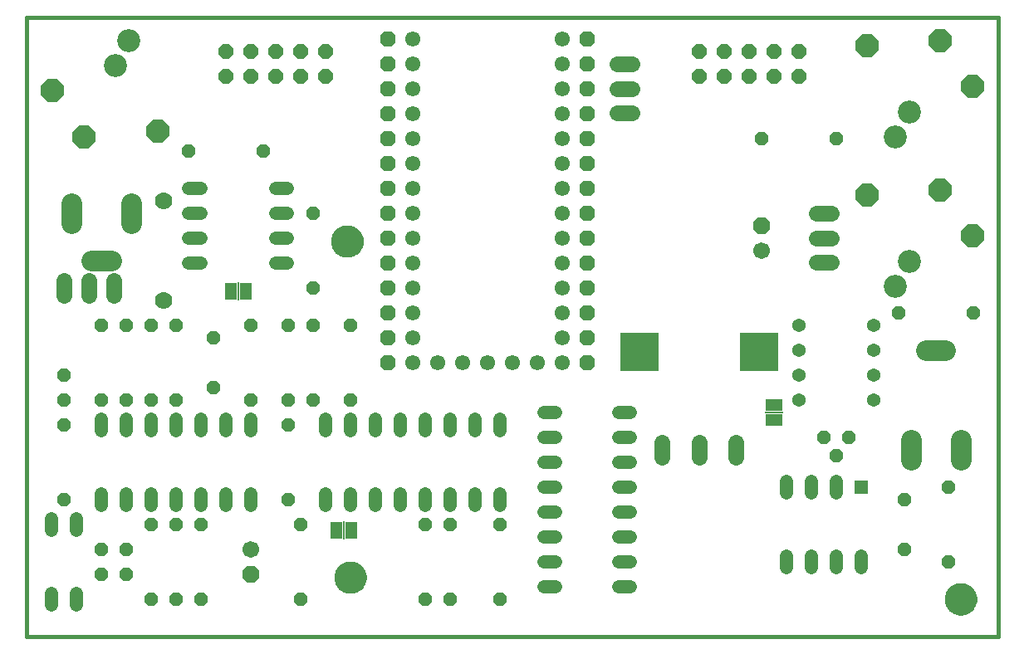
<source format=gts>
G75*
%MOIN*%
%OFA0B0*%
%FSLAX24Y24*%
%IPPOS*%
%LPD*%
%AMOC8*
5,1,8,0,0,1.08239X$1,22.5*
%
%ADD10C,0.0160*%
%ADD11C,0.0000*%
%ADD12C,0.1300*%
%ADD13OC8,0.0925*%
%ADD14C,0.0925*%
%ADD15OC8,0.0670*%
%ADD16C,0.0670*%
%ADD17OC8,0.0520*%
%ADD18C,0.0610*%
%ADD19C,0.0827*%
%ADD20C,0.0640*%
%ADD21C,0.0700*%
%ADD22OC8,0.0631*%
%ADD23R,0.0500X0.0670*%
%ADD24R,0.0060X0.0720*%
%ADD25C,0.0520*%
%ADD26R,0.0520X0.0520*%
%ADD27C,0.0631*%
%ADD28C,0.0820*%
%ADD29R,0.1542X0.1542*%
%ADD30R,0.0670X0.0500*%
%ADD31R,0.0720X0.0060*%
%ADD32OC8,0.0580*%
%ADD33C,0.0540*%
D10*
X003260Y001095D02*
X003260Y025966D01*
X042260Y025970D01*
X042260Y001095D01*
X003260Y001095D01*
D11*
X015630Y003470D02*
X015632Y003520D01*
X015638Y003570D01*
X015648Y003619D01*
X015662Y003667D01*
X015679Y003714D01*
X015700Y003759D01*
X015725Y003803D01*
X015753Y003844D01*
X015785Y003883D01*
X015819Y003920D01*
X015856Y003954D01*
X015896Y003984D01*
X015938Y004011D01*
X015982Y004035D01*
X016028Y004056D01*
X016075Y004072D01*
X016123Y004085D01*
X016173Y004094D01*
X016222Y004099D01*
X016273Y004100D01*
X016323Y004097D01*
X016372Y004090D01*
X016421Y004079D01*
X016469Y004064D01*
X016515Y004046D01*
X016560Y004024D01*
X016603Y003998D01*
X016644Y003969D01*
X016683Y003937D01*
X016719Y003902D01*
X016751Y003864D01*
X016781Y003824D01*
X016808Y003781D01*
X016831Y003737D01*
X016850Y003691D01*
X016866Y003643D01*
X016878Y003594D01*
X016886Y003545D01*
X016890Y003495D01*
X016890Y003445D01*
X016886Y003395D01*
X016878Y003346D01*
X016866Y003297D01*
X016850Y003249D01*
X016831Y003203D01*
X016808Y003159D01*
X016781Y003116D01*
X016751Y003076D01*
X016719Y003038D01*
X016683Y003003D01*
X016644Y002971D01*
X016603Y002942D01*
X016560Y002916D01*
X016515Y002894D01*
X016469Y002876D01*
X016421Y002861D01*
X016372Y002850D01*
X016323Y002843D01*
X016273Y002840D01*
X016222Y002841D01*
X016173Y002846D01*
X016123Y002855D01*
X016075Y002868D01*
X016028Y002884D01*
X015982Y002905D01*
X015938Y002929D01*
X015896Y002956D01*
X015856Y002986D01*
X015819Y003020D01*
X015785Y003057D01*
X015753Y003096D01*
X015725Y003137D01*
X015700Y003181D01*
X015679Y003226D01*
X015662Y003273D01*
X015648Y003321D01*
X015638Y003370D01*
X015632Y003420D01*
X015630Y003470D01*
X015505Y016970D02*
X015507Y017020D01*
X015513Y017070D01*
X015523Y017119D01*
X015537Y017167D01*
X015554Y017214D01*
X015575Y017259D01*
X015600Y017303D01*
X015628Y017344D01*
X015660Y017383D01*
X015694Y017420D01*
X015731Y017454D01*
X015771Y017484D01*
X015813Y017511D01*
X015857Y017535D01*
X015903Y017556D01*
X015950Y017572D01*
X015998Y017585D01*
X016048Y017594D01*
X016097Y017599D01*
X016148Y017600D01*
X016198Y017597D01*
X016247Y017590D01*
X016296Y017579D01*
X016344Y017564D01*
X016390Y017546D01*
X016435Y017524D01*
X016478Y017498D01*
X016519Y017469D01*
X016558Y017437D01*
X016594Y017402D01*
X016626Y017364D01*
X016656Y017324D01*
X016683Y017281D01*
X016706Y017237D01*
X016725Y017191D01*
X016741Y017143D01*
X016753Y017094D01*
X016761Y017045D01*
X016765Y016995D01*
X016765Y016945D01*
X016761Y016895D01*
X016753Y016846D01*
X016741Y016797D01*
X016725Y016749D01*
X016706Y016703D01*
X016683Y016659D01*
X016656Y016616D01*
X016626Y016576D01*
X016594Y016538D01*
X016558Y016503D01*
X016519Y016471D01*
X016478Y016442D01*
X016435Y016416D01*
X016390Y016394D01*
X016344Y016376D01*
X016296Y016361D01*
X016247Y016350D01*
X016198Y016343D01*
X016148Y016340D01*
X016097Y016341D01*
X016048Y016346D01*
X015998Y016355D01*
X015950Y016368D01*
X015903Y016384D01*
X015857Y016405D01*
X015813Y016429D01*
X015771Y016456D01*
X015731Y016486D01*
X015694Y016520D01*
X015660Y016557D01*
X015628Y016596D01*
X015600Y016637D01*
X015575Y016681D01*
X015554Y016726D01*
X015537Y016773D01*
X015523Y016821D01*
X015513Y016870D01*
X015507Y016920D01*
X015505Y016970D01*
X040130Y002595D02*
X040132Y002645D01*
X040138Y002695D01*
X040148Y002744D01*
X040162Y002792D01*
X040179Y002839D01*
X040200Y002884D01*
X040225Y002928D01*
X040253Y002969D01*
X040285Y003008D01*
X040319Y003045D01*
X040356Y003079D01*
X040396Y003109D01*
X040438Y003136D01*
X040482Y003160D01*
X040528Y003181D01*
X040575Y003197D01*
X040623Y003210D01*
X040673Y003219D01*
X040722Y003224D01*
X040773Y003225D01*
X040823Y003222D01*
X040872Y003215D01*
X040921Y003204D01*
X040969Y003189D01*
X041015Y003171D01*
X041060Y003149D01*
X041103Y003123D01*
X041144Y003094D01*
X041183Y003062D01*
X041219Y003027D01*
X041251Y002989D01*
X041281Y002949D01*
X041308Y002906D01*
X041331Y002862D01*
X041350Y002816D01*
X041366Y002768D01*
X041378Y002719D01*
X041386Y002670D01*
X041390Y002620D01*
X041390Y002570D01*
X041386Y002520D01*
X041378Y002471D01*
X041366Y002422D01*
X041350Y002374D01*
X041331Y002328D01*
X041308Y002284D01*
X041281Y002241D01*
X041251Y002201D01*
X041219Y002163D01*
X041183Y002128D01*
X041144Y002096D01*
X041103Y002067D01*
X041060Y002041D01*
X041015Y002019D01*
X040969Y002001D01*
X040921Y001986D01*
X040872Y001975D01*
X040823Y001968D01*
X040773Y001965D01*
X040722Y001966D01*
X040673Y001971D01*
X040623Y001980D01*
X040575Y001993D01*
X040528Y002009D01*
X040482Y002030D01*
X040438Y002054D01*
X040396Y002081D01*
X040356Y002111D01*
X040319Y002145D01*
X040285Y002182D01*
X040253Y002221D01*
X040225Y002262D01*
X040200Y002306D01*
X040179Y002351D01*
X040162Y002398D01*
X040148Y002446D01*
X040138Y002495D01*
X040132Y002545D01*
X040130Y002595D01*
D12*
X040760Y002595D03*
X016260Y003470D03*
X016135Y016970D03*
D13*
X008520Y021375D03*
X005570Y021165D03*
X004290Y023015D03*
X037000Y024815D03*
X039950Y025025D03*
X041230Y023175D03*
X039950Y019025D03*
X037000Y018815D03*
X041230Y017175D03*
D14*
X038690Y016155D03*
X038140Y015165D03*
X038140Y021165D03*
X038690Y022155D03*
X007380Y025025D03*
X006830Y024035D03*
D15*
X032760Y017595D03*
X012260Y003595D03*
D16*
X012260Y004595D03*
X032760Y016595D03*
D17*
X038260Y014095D03*
X041260Y014095D03*
X036260Y009095D03*
X035260Y009095D03*
X035760Y008345D03*
X038510Y006595D03*
X040260Y007095D03*
X038510Y004595D03*
X040260Y004095D03*
X022260Y002595D03*
X020260Y002595D03*
X019260Y002595D03*
X019260Y005595D03*
X020260Y005595D03*
X022260Y005595D03*
X016260Y010595D03*
X014760Y010595D03*
X013760Y010595D03*
X013760Y009595D03*
X012260Y010595D03*
X010760Y011095D03*
X009260Y010595D03*
X008260Y010595D03*
X007260Y010595D03*
X006260Y010595D03*
X004760Y010595D03*
X004760Y011595D03*
X004760Y009595D03*
X004760Y006595D03*
X006260Y004595D03*
X007260Y004595D03*
X008260Y005595D03*
X009260Y005595D03*
X010260Y005595D03*
X007260Y003595D03*
X006260Y003595D03*
X008260Y002595D03*
X009260Y002595D03*
X010260Y002595D03*
X014260Y002595D03*
X014260Y005595D03*
X013760Y006595D03*
X010760Y013095D03*
X012260Y013595D03*
X013760Y013595D03*
X014760Y013595D03*
X016260Y013595D03*
X014760Y015095D03*
X014760Y018095D03*
X012760Y020595D03*
X009760Y020595D03*
X009260Y013595D03*
X008260Y013595D03*
X007260Y013595D03*
X006260Y013595D03*
X032760Y021095D03*
X035760Y021095D03*
D18*
X024760Y021095D03*
X024760Y022095D03*
X024760Y023095D03*
X024760Y024095D03*
X024760Y025095D03*
X018760Y025095D03*
X018760Y024095D03*
X018760Y023095D03*
X018760Y022095D03*
X018760Y021095D03*
X018760Y020095D03*
X018760Y019095D03*
X018760Y018095D03*
X018760Y017095D03*
X018760Y016095D03*
X018760Y015095D03*
X018760Y014095D03*
X018760Y013095D03*
X018760Y012095D03*
X019760Y012095D03*
X020760Y012095D03*
X021760Y012095D03*
X022760Y012095D03*
X023760Y012095D03*
X024760Y012095D03*
X024760Y013095D03*
X024760Y014095D03*
X024760Y015095D03*
X024760Y016095D03*
X024760Y017095D03*
X024760Y018095D03*
X024760Y019095D03*
X024760Y020095D03*
D19*
X007480Y018489D02*
X007480Y017701D01*
X006653Y016205D02*
X005866Y016205D01*
X005078Y017701D02*
X005078Y018489D01*
D20*
X004760Y015395D02*
X004760Y014795D01*
X005760Y014795D02*
X005760Y015395D01*
X006760Y015395D02*
X006760Y014795D01*
D21*
X008760Y014595D03*
X008760Y018595D03*
D22*
X017760Y018095D03*
X017760Y017095D03*
X017760Y016095D03*
X017760Y015095D03*
X017760Y014095D03*
X017760Y013095D03*
X017760Y012095D03*
X025760Y012095D03*
X025760Y013095D03*
X025760Y014095D03*
X025760Y015095D03*
X025760Y016095D03*
X025760Y017095D03*
X025760Y018095D03*
X025760Y019095D03*
X025760Y020095D03*
X025760Y021095D03*
X025760Y022095D03*
X025760Y023095D03*
X025760Y024095D03*
X025760Y025095D03*
X017760Y025095D03*
X017760Y024095D03*
X017760Y023095D03*
X017760Y022095D03*
X017760Y021095D03*
X017760Y020095D03*
X017760Y019095D03*
D23*
X012060Y014970D03*
X011460Y014970D03*
X015710Y005345D03*
X016310Y005345D03*
D24*
X016010Y005345D03*
X011760Y014970D03*
D25*
X013260Y016095D02*
X013740Y016095D01*
X013740Y017095D02*
X013260Y017095D01*
X013260Y018095D02*
X013740Y018095D01*
X013740Y019095D02*
X013260Y019095D01*
X010260Y019095D02*
X009780Y019095D01*
X009780Y018095D02*
X010260Y018095D01*
X010260Y017095D02*
X009780Y017095D01*
X009780Y016095D02*
X010260Y016095D01*
X010260Y009835D02*
X010260Y009355D01*
X011260Y009355D02*
X011260Y009835D01*
X012260Y009835D02*
X012260Y009355D01*
X009260Y009355D02*
X009260Y009835D01*
X008260Y009835D02*
X008260Y009355D01*
X007260Y009355D02*
X007260Y009835D01*
X006260Y009835D02*
X006260Y009355D01*
X006260Y006835D02*
X006260Y006355D01*
X007260Y006355D02*
X007260Y006835D01*
X008260Y006835D02*
X008260Y006355D01*
X009260Y006355D02*
X009260Y006835D01*
X010260Y006835D02*
X010260Y006355D01*
X011260Y006355D02*
X011260Y006835D01*
X012260Y006835D02*
X012260Y006355D01*
X015260Y006355D02*
X015260Y006835D01*
X016260Y006835D02*
X016260Y006355D01*
X017260Y006355D02*
X017260Y006835D01*
X018260Y006835D02*
X018260Y006355D01*
X019260Y006355D02*
X019260Y006835D01*
X020260Y006835D02*
X020260Y006355D01*
X021260Y006355D02*
X021260Y006835D01*
X022260Y006835D02*
X022260Y006355D01*
X024020Y006095D02*
X024500Y006095D01*
X024500Y005095D02*
X024020Y005095D01*
X024020Y004095D02*
X024500Y004095D01*
X024500Y003095D02*
X024020Y003095D01*
X027020Y003095D02*
X027500Y003095D01*
X027500Y004095D02*
X027020Y004095D01*
X027020Y005095D02*
X027500Y005095D01*
X027500Y006095D02*
X027020Y006095D01*
X027020Y007095D02*
X027500Y007095D01*
X027500Y008095D02*
X027020Y008095D01*
X027020Y009095D02*
X027500Y009095D01*
X027500Y010095D02*
X027020Y010095D01*
X024500Y010095D02*
X024020Y010095D01*
X024020Y009095D02*
X024500Y009095D01*
X024500Y008095D02*
X024020Y008095D01*
X024020Y007095D02*
X024500Y007095D01*
X022260Y009355D02*
X022260Y009835D01*
X021260Y009835D02*
X021260Y009355D01*
X020260Y009355D02*
X020260Y009835D01*
X019260Y009835D02*
X019260Y009355D01*
X018260Y009355D02*
X018260Y009835D01*
X017260Y009835D02*
X017260Y009355D01*
X016260Y009355D02*
X016260Y009835D01*
X015260Y009835D02*
X015260Y009355D01*
X005260Y005835D02*
X005260Y005355D01*
X004260Y005355D02*
X004260Y005835D01*
X004260Y002835D02*
X004260Y002355D01*
X005260Y002355D02*
X005260Y002835D01*
X033760Y003855D02*
X033760Y004335D01*
X034760Y004335D02*
X034760Y003855D01*
X035760Y003855D02*
X035760Y004335D01*
X036760Y004335D02*
X036760Y003855D01*
X035760Y006855D02*
X035760Y007335D01*
X034760Y007335D02*
X034760Y006855D01*
X033760Y006855D02*
X033760Y007335D01*
D26*
X036760Y007095D03*
D27*
X031736Y008300D02*
X031736Y008890D01*
X030260Y008890D02*
X030260Y008300D01*
X028783Y008300D02*
X028783Y008890D01*
X034964Y016111D02*
X035555Y016111D01*
X035555Y017095D02*
X034964Y017095D01*
X034964Y018079D02*
X035555Y018079D01*
X027555Y022111D02*
X026964Y022111D01*
X026964Y023095D02*
X027555Y023095D01*
X027555Y024079D02*
X026964Y024079D01*
D28*
X039370Y012595D02*
X040150Y012595D01*
X040760Y008985D02*
X040760Y008205D01*
X038760Y008205D02*
X038760Y008985D01*
D29*
X032661Y012532D03*
X027858Y012532D03*
D30*
X033260Y010395D03*
X033260Y009795D03*
D31*
X033260Y010095D03*
D32*
X033260Y023595D03*
X034260Y023595D03*
X034260Y024595D03*
X033260Y024595D03*
X032260Y024595D03*
X031260Y024595D03*
X031260Y023595D03*
X032260Y023595D03*
X030260Y023595D03*
X030260Y024595D03*
X015260Y024595D03*
X014260Y024595D03*
X013260Y024595D03*
X013260Y023595D03*
X014260Y023595D03*
X015260Y023595D03*
X012260Y023595D03*
X011260Y023595D03*
X011260Y024595D03*
X012260Y024595D03*
D33*
X034260Y013595D03*
X034260Y012595D03*
X034260Y011595D03*
X034260Y010595D03*
X037260Y010595D03*
X037260Y011595D03*
X037260Y012595D03*
X037260Y013595D03*
M02*

</source>
